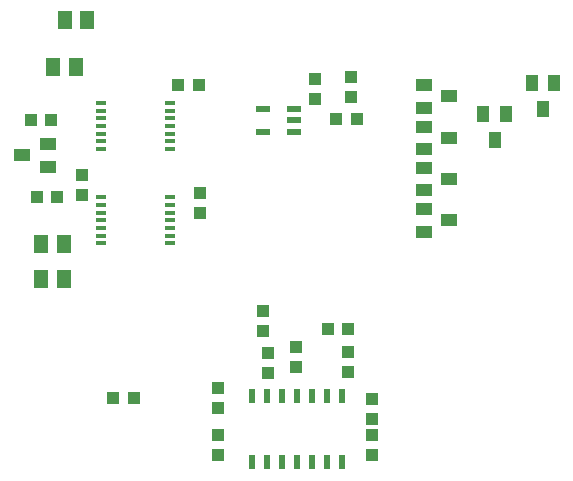
<source format=gbr>
G04 EAGLE Gerber RS-274X export*
G75*
%MOMM*%
%FSLAX34Y34*%
%LPD*%
%INSolderpaste Top*%
%IPPOS*%
%AMOC8*
5,1,8,0,0,1.08239X$1,22.5*%
G01*
%ADD10R,1.000000X1.100000*%
%ADD11R,1.100000X1.000000*%
%ADD12R,1.000000X1.400000*%
%ADD13R,1.200000X0.600000*%
%ADD14R,0.600000X1.200000*%
%ADD15R,0.900000X0.350000*%
%ADD16R,1.300000X1.500000*%
%ADD17R,1.400000X1.000000*%


D10*
X295800Y-373800D03*
X295800Y-356800D03*
D11*
X347300Y-164200D03*
X330300Y-164200D03*
D12*
X464200Y-181700D03*
X454700Y-159700D03*
X473700Y-159700D03*
D13*
X268340Y-174800D03*
X268340Y-155800D03*
X294460Y-174800D03*
X294460Y-165300D03*
X294460Y-155800D03*
D11*
X342300Y-145700D03*
X342300Y-128700D03*
X230000Y-448500D03*
X230000Y-431500D03*
X272300Y-379000D03*
X272300Y-362000D03*
D10*
X322900Y-342300D03*
X339900Y-342300D03*
D11*
X230000Y-391500D03*
X230000Y-408500D03*
X267700Y-326700D03*
X267700Y-343700D03*
X360000Y-448500D03*
X360000Y-431500D03*
X360000Y-401500D03*
X360000Y-418500D03*
X312300Y-147600D03*
X312300Y-130600D03*
D14*
X334950Y-398900D03*
X322250Y-398900D03*
X309550Y-398900D03*
X296850Y-398900D03*
X284150Y-398900D03*
X271450Y-398900D03*
X258750Y-398900D03*
X258750Y-454900D03*
X271450Y-454900D03*
X284150Y-454900D03*
X296850Y-454900D03*
X309550Y-454900D03*
X322250Y-454900D03*
X334950Y-454900D03*
D15*
X130750Y-230500D03*
X130750Y-237000D03*
X130750Y-243500D03*
X130750Y-250000D03*
X130750Y-256500D03*
X130750Y-263000D03*
X130750Y-269500D03*
X189250Y-269500D03*
X189250Y-263000D03*
X189250Y-256500D03*
X189250Y-250000D03*
X189250Y-243500D03*
X189250Y-237000D03*
X189250Y-230500D03*
D16*
X80500Y-300000D03*
X99500Y-300000D03*
X100500Y-80000D03*
X119500Y-80000D03*
X80500Y-270000D03*
X99500Y-270000D03*
X90500Y-120000D03*
X109500Y-120000D03*
D10*
X141500Y-400000D03*
X158500Y-400000D03*
D11*
X340000Y-378500D03*
X340000Y-361500D03*
D10*
X71500Y-165000D03*
X88500Y-165000D03*
X76500Y-230000D03*
X93500Y-230000D03*
D15*
X130750Y-150500D03*
X130750Y-157000D03*
X130750Y-163500D03*
X130750Y-170000D03*
X130750Y-176500D03*
X130750Y-183000D03*
X130750Y-189500D03*
X189250Y-189500D03*
X189250Y-183000D03*
X189250Y-176500D03*
X189250Y-170000D03*
X189250Y-163500D03*
X189250Y-157000D03*
X189250Y-150500D03*
D11*
X196500Y-135000D03*
X213500Y-135000D03*
D10*
X215000Y-226500D03*
X215000Y-243500D03*
D17*
X426000Y-215000D03*
X404000Y-224500D03*
X404000Y-205500D03*
X426000Y-250000D03*
X404000Y-259500D03*
X404000Y-240500D03*
X426000Y-180000D03*
X404000Y-189500D03*
X404000Y-170500D03*
D12*
X505000Y-156000D03*
X495500Y-134000D03*
X514500Y-134000D03*
D17*
X426000Y-145000D03*
X404000Y-154500D03*
X404000Y-135500D03*
X64000Y-195000D03*
X86000Y-185500D03*
X86000Y-204500D03*
D11*
X115000Y-211500D03*
X115000Y-228500D03*
M02*

</source>
